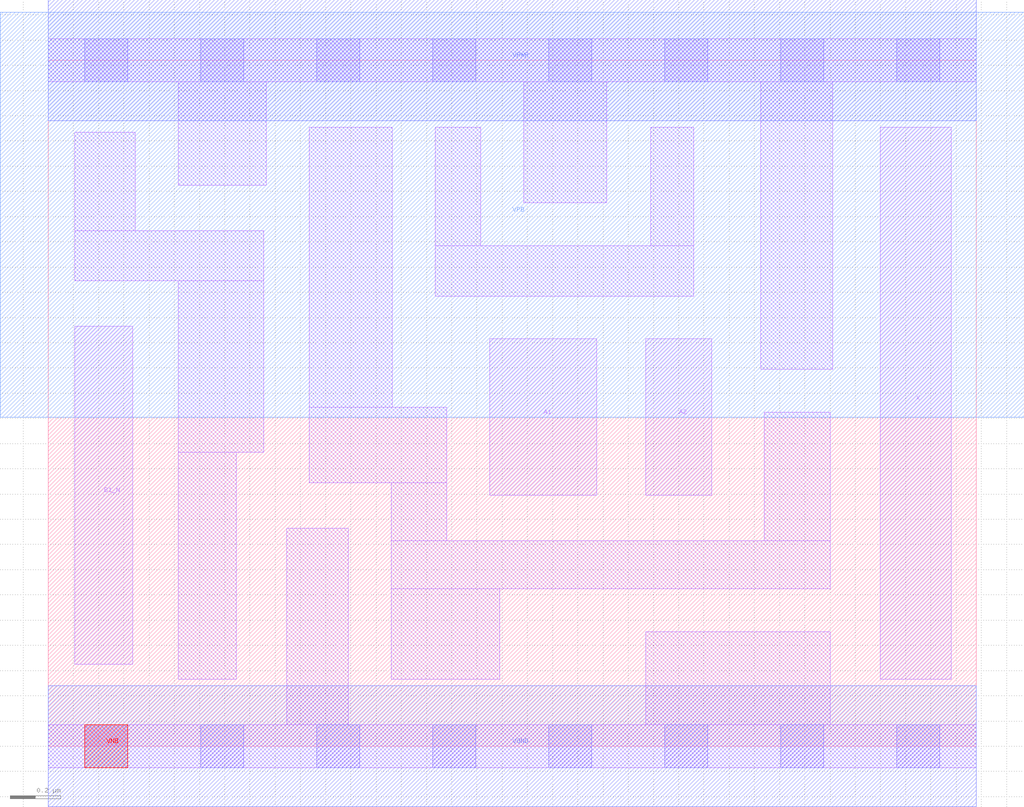
<source format=lef>
# Copyright 2020 The SkyWater PDK Authors
#
# Licensed under the Apache License, Version 2.0 (the "License");
# you may not use this file except in compliance with the License.
# You may obtain a copy of the License at
#
#     https://www.apache.org/licenses/LICENSE-2.0
#
# Unless required by applicable law or agreed to in writing, software
# distributed under the License is distributed on an "AS IS" BASIS,
# WITHOUT WARRANTIES OR CONDITIONS OF ANY KIND, either express or implied.
# See the License for the specific language governing permissions and
# limitations under the License.
#
# SPDX-License-Identifier: Apache-2.0

VERSION 5.7 ;
  NOWIREEXTENSIONATPIN ON ;
  DIVIDERCHAR "/" ;
  BUSBITCHARS "[]" ;
MACRO sky130_fd_sc_hd__a21bo_1
  CLASS CORE ;
  FOREIGN sky130_fd_sc_hd__a21bo_1 ;
  ORIGIN  0.000000  0.000000 ;
  SIZE  3.680000 BY  2.720000 ;
  SYMMETRY X Y R90 ;
  SITE unithd ;
  PIN A1
    ANTENNAGATEAREA  0.247500 ;
    DIRECTION INPUT ;
    USE SIGNAL ;
    PORT
      LAYER li1 ;
        RECT 1.750000 0.995000 2.175000 1.615000 ;
    END
  END A1
  PIN A2
    ANTENNAGATEAREA  0.247500 ;
    DIRECTION INPUT ;
    USE SIGNAL ;
    PORT
      LAYER li1 ;
        RECT 2.370000 0.995000 2.630000 1.615000 ;
    END
  END A2
  PIN B1_N
    ANTENNAGATEAREA  0.126000 ;
    DIRECTION INPUT ;
    USE SIGNAL ;
    PORT
      LAYER li1 ;
        RECT 0.105000 0.325000 0.335000 1.665000 ;
    END
  END B1_N
  PIN X
    ANTENNADIFFAREA  0.429000 ;
    DIRECTION OUTPUT ;
    USE SIGNAL ;
    PORT
      LAYER li1 ;
        RECT 3.300000 0.265000 3.580000 2.455000 ;
    END
  END X
  PIN VGND
    DIRECTION INOUT ;
    SHAPE ABUTMENT ;
    USE GROUND ;
    PORT
      LAYER met1 ;
        RECT 0.000000 -0.240000 3.680000 0.240000 ;
    END
  END VGND
  PIN VNB
    DIRECTION INOUT ;
    USE GROUND ;
    PORT
      LAYER pwell ;
        RECT 0.145000 -0.085000 0.315000 0.085000 ;
    END
  END VNB
  PIN VPB
    DIRECTION INOUT ;
    USE POWER ;
    PORT
      LAYER nwell ;
        RECT -0.190000 1.305000 3.870000 2.910000 ;
    END
  END VPB
  PIN VPWR
    DIRECTION INOUT ;
    SHAPE ABUTMENT ;
    USE POWER ;
    PORT
      LAYER met1 ;
        RECT 0.000000 2.480000 3.680000 2.960000 ;
    END
  END VPWR
  OBS
    LAYER li1 ;
      RECT 0.000000 -0.085000 3.680000 0.085000 ;
      RECT 0.000000  2.635000 3.680000 2.805000 ;
      RECT 0.105000  1.845000 0.855000 2.045000 ;
      RECT 0.105000  2.045000 0.345000 2.435000 ;
      RECT 0.515000  0.265000 0.745000 1.165000 ;
      RECT 0.515000  1.165000 0.855000 1.845000 ;
      RECT 0.515000  2.225000 0.865000 2.635000 ;
      RECT 0.945000  0.085000 1.190000 0.865000 ;
      RECT 1.035000  1.045000 1.580000 1.345000 ;
      RECT 1.035000  1.345000 1.365000 2.455000 ;
      RECT 1.360000  0.265000 1.790000 0.625000 ;
      RECT 1.360000  0.625000 3.100000 0.815000 ;
      RECT 1.360000  0.815000 1.580000 1.045000 ;
      RECT 1.535000  1.785000 2.560000 1.985000 ;
      RECT 1.535000  1.985000 1.715000 2.455000 ;
      RECT 1.885000  2.155000 2.215000 2.635000 ;
      RECT 2.370000  0.085000 3.100000 0.455000 ;
      RECT 2.390000  1.985000 2.560000 2.455000 ;
      RECT 2.825000  1.495000 3.110000 2.635000 ;
      RECT 2.840000  0.815000 3.100000 1.325000 ;
    LAYER mcon ;
      RECT 0.145000 -0.085000 0.315000 0.085000 ;
      RECT 0.145000  2.635000 0.315000 2.805000 ;
      RECT 0.605000 -0.085000 0.775000 0.085000 ;
      RECT 0.605000  2.635000 0.775000 2.805000 ;
      RECT 1.065000 -0.085000 1.235000 0.085000 ;
      RECT 1.065000  2.635000 1.235000 2.805000 ;
      RECT 1.525000 -0.085000 1.695000 0.085000 ;
      RECT 1.525000  2.635000 1.695000 2.805000 ;
      RECT 1.985000 -0.085000 2.155000 0.085000 ;
      RECT 1.985000  2.635000 2.155000 2.805000 ;
      RECT 2.445000 -0.085000 2.615000 0.085000 ;
      RECT 2.445000  2.635000 2.615000 2.805000 ;
      RECT 2.905000 -0.085000 3.075000 0.085000 ;
      RECT 2.905000  2.635000 3.075000 2.805000 ;
      RECT 3.365000 -0.085000 3.535000 0.085000 ;
      RECT 3.365000  2.635000 3.535000 2.805000 ;
  END
END sky130_fd_sc_hd__a21bo_1
END LIBRARY

</source>
